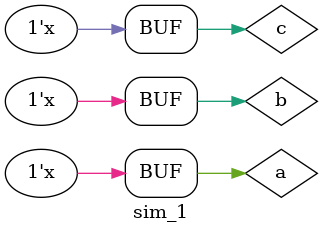
<source format=v>
`timescale 1ns / 1ps

module sim_1(

    );
    
    reg a, b, c;
    wire f;
    v74x138 uut(a, b, c, f);
    initial
    begin
    	a = 0;
    	b = 0;
    	c = 0;
    end
    always #10 {a, b, c} = {a, b, c} + 1;
endmodule

</source>
